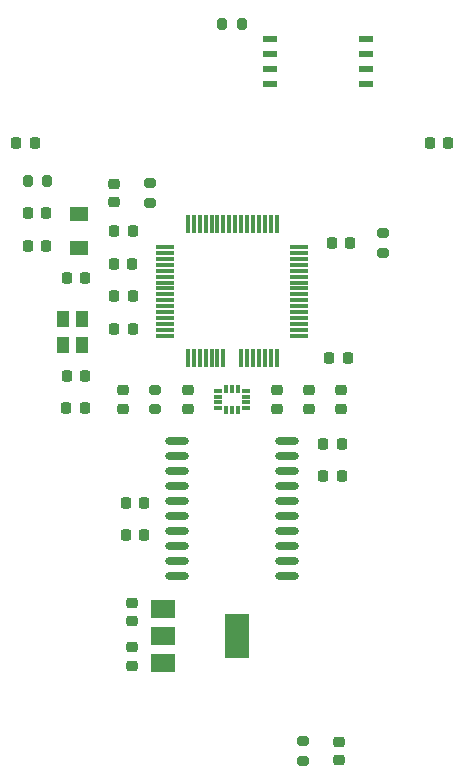
<source format=gbr>
%TF.GenerationSoftware,KiCad,Pcbnew,7.0.9*%
%TF.CreationDate,2024-01-17T13:02:15-08:00*%
%TF.ProjectId,micromouse,6d696372-6f6d-46f7-9573-652e6b696361,rev?*%
%TF.SameCoordinates,Original*%
%TF.FileFunction,Paste,Top*%
%TF.FilePolarity,Positive*%
%FSLAX46Y46*%
G04 Gerber Fmt 4.6, Leading zero omitted, Abs format (unit mm)*
G04 Created by KiCad (PCBNEW 7.0.9) date 2024-01-17 13:02:15*
%MOMM*%
%LPD*%
G01*
G04 APERTURE LIST*
G04 Aperture macros list*
%AMRoundRect*
0 Rectangle with rounded corners*
0 $1 Rounding radius*
0 $2 $3 $4 $5 $6 $7 $8 $9 X,Y pos of 4 corners*
0 Add a 4 corners polygon primitive as box body*
4,1,4,$2,$3,$4,$5,$6,$7,$8,$9,$2,$3,0*
0 Add four circle primitives for the rounded corners*
1,1,$1+$1,$2,$3*
1,1,$1+$1,$4,$5*
1,1,$1+$1,$6,$7*
1,1,$1+$1,$8,$9*
0 Add four rect primitives between the rounded corners*
20,1,$1+$1,$2,$3,$4,$5,0*
20,1,$1+$1,$4,$5,$6,$7,0*
20,1,$1+$1,$6,$7,$8,$9,0*
20,1,$1+$1,$8,$9,$2,$3,0*%
G04 Aperture macros list end*
%ADD10RoundRect,0.225000X-0.250000X0.225000X-0.250000X-0.225000X0.250000X-0.225000X0.250000X0.225000X0*%
%ADD11RoundRect,0.225000X0.225000X0.250000X-0.225000X0.250000X-0.225000X-0.250000X0.225000X-0.250000X0*%
%ADD12RoundRect,0.225000X0.250000X-0.225000X0.250000X0.225000X-0.250000X0.225000X-0.250000X-0.225000X0*%
%ADD13R,2.000000X1.500000*%
%ADD14R,2.000000X3.800000*%
%ADD15R,1.092200X1.397000*%
%ADD16RoundRect,0.200000X0.275000X-0.200000X0.275000X0.200000X-0.275000X0.200000X-0.275000X-0.200000X0*%
%ADD17RoundRect,0.031500X-0.263500X-0.143500X0.263500X-0.143500X0.263500X0.143500X-0.263500X0.143500X0*%
%ADD18RoundRect,0.031500X0.143500X-0.263500X0.143500X0.263500X-0.143500X0.263500X-0.143500X-0.263500X0*%
%ADD19RoundRect,0.031500X0.263500X0.143500X-0.263500X0.143500X-0.263500X-0.143500X0.263500X-0.143500X0*%
%ADD20RoundRect,0.031500X-0.143500X0.263500X-0.143500X-0.263500X0.143500X-0.263500X0.143500X0.263500X0*%
%ADD21RoundRect,0.225000X-0.225000X-0.250000X0.225000X-0.250000X0.225000X0.250000X-0.225000X0.250000X0*%
%ADD22RoundRect,0.200000X-0.275000X0.200000X-0.275000X-0.200000X0.275000X-0.200000X0.275000X0.200000X0*%
%ADD23R,1.600200X1.168400*%
%ADD24R,1.219200X0.508000*%
%ADD25RoundRect,0.200000X-0.200000X-0.275000X0.200000X-0.275000X0.200000X0.275000X-0.200000X0.275000X0*%
%ADD26RoundRect,0.075000X-0.700000X-0.075000X0.700000X-0.075000X0.700000X0.075000X-0.700000X0.075000X0*%
%ADD27RoundRect,0.075000X-0.075000X-0.700000X0.075000X-0.700000X0.075000X0.700000X-0.075000X0.700000X0*%
%ADD28RoundRect,0.218750X0.256250X-0.218750X0.256250X0.218750X-0.256250X0.218750X-0.256250X-0.218750X0*%
%ADD29RoundRect,0.218750X-0.218750X-0.256250X0.218750X-0.256250X0.218750X0.256250X-0.218750X0.256250X0*%
%ADD30RoundRect,0.218750X0.218750X0.256250X-0.218750X0.256250X-0.218750X-0.256250X0.218750X-0.256250X0*%
%ADD31RoundRect,0.300000X-0.725000X0.000000X-0.725000X0.000000X0.725000X0.000000X0.725000X0.000000X0*%
G04 APERTURE END LIST*
D10*
%TO.C,C13*%
X143250000Y-107975000D03*
X143250000Y-109525000D03*
%TD*%
D11*
%TO.C,C17*%
X156275000Y-112500000D03*
X154725000Y-112500000D03*
%TD*%
D12*
%TO.C,C21*%
X138500000Y-127525000D03*
X138500000Y-125975000D03*
%TD*%
D13*
%TO.C,U4*%
X141100000Y-126450000D03*
X141100000Y-128750000D03*
D14*
X147400000Y-128750000D03*
D13*
X141100000Y-131050000D03*
%TD*%
D15*
%TO.C,Y2*%
X132699900Y-101895100D03*
X132699900Y-104104900D03*
X134300100Y-104104900D03*
X134300100Y-101895100D03*
%TD*%
D11*
%TO.C,C3*%
X138575000Y-94500000D03*
X137025000Y-94500000D03*
%TD*%
D16*
%TO.C,R2*%
X140000000Y-92075000D03*
X140000000Y-90425000D03*
%TD*%
D12*
%TO.C,C22*%
X138500000Y-131275000D03*
X138500000Y-129725000D03*
%TD*%
D11*
%TO.C,C19*%
X139525000Y-117500000D03*
X137975000Y-117500000D03*
%TD*%
D10*
%TO.C,C16*%
X156250000Y-107975000D03*
X156250000Y-109525000D03*
%TD*%
D11*
%TO.C,C7*%
X134525000Y-98500000D03*
X132975000Y-98500000D03*
%TD*%
%TO.C,C9*%
X138575000Y-102750000D03*
X137025000Y-102750000D03*
%TD*%
%TO.C,C6*%
X138525000Y-97250000D03*
X136975000Y-97250000D03*
%TD*%
D17*
%TO.C,U2*%
X145835000Y-108000000D03*
X145835000Y-108500000D03*
X145835000Y-109000000D03*
X145835000Y-109500000D03*
D18*
X146500000Y-109665000D03*
X147000000Y-109665000D03*
X147500000Y-109665000D03*
D19*
X148165000Y-109500000D03*
X148165000Y-109000000D03*
X148165000Y-108500000D03*
X148165000Y-108000000D03*
D20*
X147500000Y-107835000D03*
X147000000Y-107835000D03*
X146500000Y-107835000D03*
%TD*%
D11*
%TO.C,C20*%
X139525000Y-120250000D03*
X137975000Y-120250000D03*
%TD*%
D10*
%TO.C,C12*%
X137750000Y-107975000D03*
X137750000Y-109525000D03*
%TD*%
D11*
%TO.C,C4*%
X156975000Y-95500000D03*
X155425000Y-95500000D03*
%TD*%
D10*
%TO.C,C15*%
X153500000Y-107975000D03*
X153500000Y-109525000D03*
%TD*%
D21*
%TO.C,C10*%
X155225000Y-105250000D03*
X156775000Y-105250000D03*
%TD*%
D11*
%TO.C,C5*%
X131275000Y-95750000D03*
X129725000Y-95750000D03*
%TD*%
D22*
%TO.C,R4*%
X140500000Y-107925000D03*
X140500000Y-109575000D03*
%TD*%
D23*
%TO.C,Y1*%
X134000000Y-95922400D03*
X134000000Y-93077600D03*
%TD*%
D24*
%TO.C,SW2*%
X150186000Y-78190000D03*
X150186000Y-79460000D03*
X150186000Y-80730000D03*
X150186000Y-82000000D03*
X158314000Y-82000000D03*
X158314000Y-80730000D03*
X158314000Y-79460000D03*
X158314000Y-78190000D03*
%TD*%
D11*
%TO.C,C18*%
X156275000Y-115250000D03*
X154725000Y-115250000D03*
%TD*%
D10*
%TO.C,C14*%
X150750000Y-107975000D03*
X150750000Y-109525000D03*
%TD*%
D11*
%TO.C,C11*%
X134525000Y-106750000D03*
X132975000Y-106750000D03*
%TD*%
D25*
%TO.C,R6*%
X146175000Y-77000000D03*
X147825000Y-77000000D03*
%TD*%
D22*
%TO.C,R3*%
X159750000Y-94675000D03*
X159750000Y-96325000D03*
%TD*%
D26*
%TO.C,U1*%
X141325000Y-95850000D03*
X141325000Y-96350000D03*
X141325000Y-96850000D03*
X141325000Y-97350000D03*
X141325000Y-97850000D03*
X141325000Y-98350000D03*
X141325000Y-98850000D03*
X141325000Y-99350000D03*
X141325000Y-99850000D03*
X141325000Y-100350000D03*
X141325000Y-100850000D03*
X141325000Y-101350000D03*
X141325000Y-101850000D03*
X141325000Y-102350000D03*
X141325000Y-102850000D03*
X141325000Y-103350000D03*
D27*
X143250000Y-105275000D03*
X143750000Y-105275000D03*
X144250000Y-105275000D03*
X144750000Y-105275000D03*
X145250000Y-105275000D03*
X145750000Y-105275000D03*
X146250000Y-105275000D03*
X147750000Y-105275000D03*
X148250000Y-105275000D03*
X148750000Y-105275000D03*
X149250000Y-105275000D03*
X149750000Y-105275000D03*
X150250000Y-105275000D03*
X150750000Y-105275000D03*
D26*
X152675000Y-103350000D03*
X152675000Y-102850000D03*
X152675000Y-102350000D03*
X152675000Y-101850000D03*
X152675000Y-101350000D03*
X152675000Y-100850000D03*
X152675000Y-100350000D03*
X152675000Y-99850000D03*
X152675000Y-99350000D03*
X152675000Y-98850000D03*
X152675000Y-98350000D03*
X152675000Y-97850000D03*
X152675000Y-97350000D03*
X152675000Y-96850000D03*
X152675000Y-96350000D03*
X152675000Y-95850000D03*
D27*
X150750000Y-93925000D03*
X150250000Y-93925000D03*
X149750000Y-93925000D03*
X149250000Y-93925000D03*
X148750000Y-93925000D03*
X148250000Y-93925000D03*
X147750000Y-93925000D03*
X147250000Y-93925000D03*
X146750000Y-93925000D03*
X146250000Y-93925000D03*
X145750000Y-93925000D03*
X145250000Y-93925000D03*
X144750000Y-93925000D03*
X144250000Y-93925000D03*
X143750000Y-93925000D03*
X143250000Y-93925000D03*
%TD*%
D16*
%TO.C,R5*%
X153000000Y-139325000D03*
X153000000Y-137675000D03*
%TD*%
D28*
%TO.C,D3*%
X156000000Y-139287500D03*
X156000000Y-137712500D03*
%TD*%
D11*
%TO.C,C2*%
X131275000Y-93000000D03*
X129725000Y-93000000D03*
%TD*%
D25*
%TO.C,R1*%
X129675000Y-90250000D03*
X131325000Y-90250000D03*
%TD*%
D29*
%TO.C,D1*%
X128712500Y-87000000D03*
X130287500Y-87000000D03*
%TD*%
D12*
%TO.C,C1*%
X137000000Y-92025000D03*
X137000000Y-90475000D03*
%TD*%
D30*
%TO.C,FB1*%
X134537500Y-109500000D03*
X132962500Y-109500000D03*
%TD*%
%TO.C,D2*%
X165287500Y-87000000D03*
X163712500Y-87000000D03*
%TD*%
D31*
%TO.C,U3*%
X142345000Y-112285000D03*
X142345000Y-113555000D03*
X142345000Y-114825000D03*
X142345000Y-116095000D03*
X142345000Y-117365000D03*
X142345000Y-118635000D03*
X142345000Y-119905000D03*
X142345000Y-121175000D03*
X142345000Y-122445000D03*
X142345000Y-123715000D03*
X151655000Y-123715000D03*
X151655000Y-122445000D03*
X151655000Y-121175000D03*
X151655000Y-119905000D03*
X151655000Y-118635000D03*
X151655000Y-117365000D03*
X151655000Y-116095000D03*
X151655000Y-114825000D03*
X151655000Y-113555000D03*
X151655000Y-112285000D03*
%TD*%
D11*
%TO.C,C8*%
X138575000Y-100000000D03*
X137025000Y-100000000D03*
%TD*%
M02*

</source>
